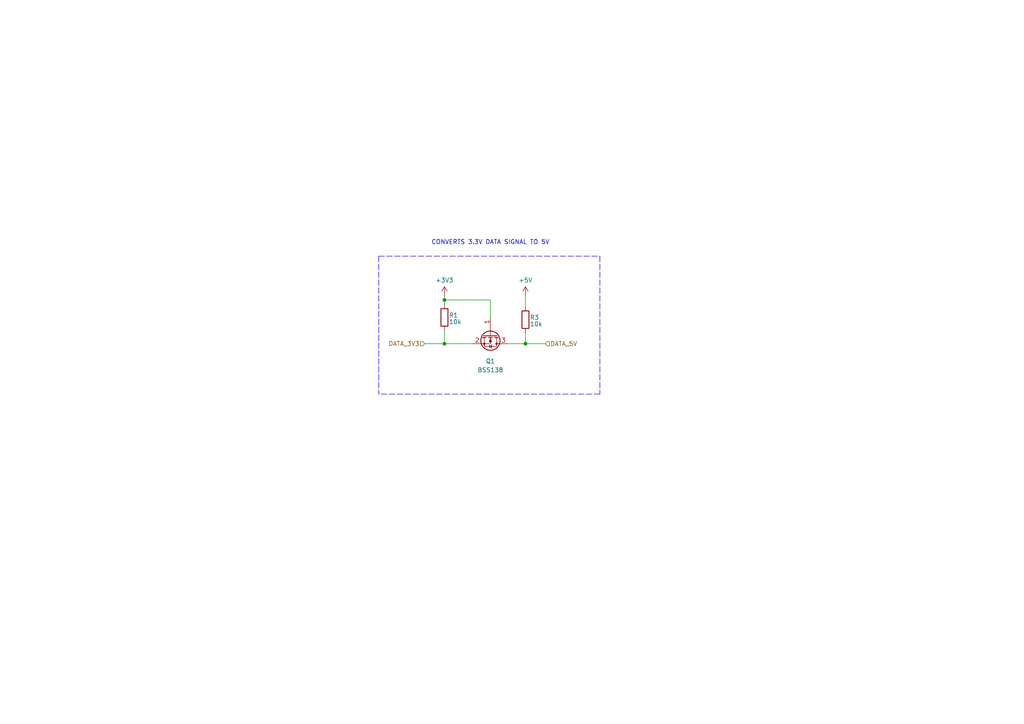
<source format=kicad_sch>
(kicad_sch (version 20211123) (generator eeschema)

  (uuid f87918e4-ed62-41c4-b2d1-f5c9399e5561)

  (paper "A4")

  (lib_symbols
    (symbol "Device:R" (pin_numbers hide) (pin_names (offset 0)) (in_bom yes) (on_board yes)
      (property "Reference" "R" (id 0) (at 2.032 0 90)
        (effects (font (size 1.27 1.27)))
      )
      (property "Value" "R" (id 1) (at 0 0 90)
        (effects (font (size 1.27 1.27)))
      )
      (property "Footprint" "" (id 2) (at -1.778 0 90)
        (effects (font (size 1.27 1.27)) hide)
      )
      (property "Datasheet" "~" (id 3) (at 0 0 0)
        (effects (font (size 1.27 1.27)) hide)
      )
      (property "ki_keywords" "R res resistor" (id 4) (at 0 0 0)
        (effects (font (size 1.27 1.27)) hide)
      )
      (property "ki_description" "Resistor" (id 5) (at 0 0 0)
        (effects (font (size 1.27 1.27)) hide)
      )
      (property "ki_fp_filters" "R_*" (id 6) (at 0 0 0)
        (effects (font (size 1.27 1.27)) hide)
      )
      (symbol "R_0_1"
        (rectangle (start -1.016 -2.54) (end 1.016 2.54)
          (stroke (width 0.254) (type default) (color 0 0 0 0))
          (fill (type none))
        )
      )
      (symbol "R_1_1"
        (pin passive line (at 0 3.81 270) (length 1.27)
          (name "~" (effects (font (size 1.27 1.27))))
          (number "1" (effects (font (size 1.27 1.27))))
        )
        (pin passive line (at 0 -3.81 90) (length 1.27)
          (name "~" (effects (font (size 1.27 1.27))))
          (number "2" (effects (font (size 1.27 1.27))))
        )
      )
    )
    (symbol "Transistor_FET:BSS138" (pin_names hide) (in_bom yes) (on_board yes)
      (property "Reference" "Q" (id 0) (at 5.08 1.905 0)
        (effects (font (size 1.27 1.27)) (justify left))
      )
      (property "Value" "BSS138" (id 1) (at 5.08 0 0)
        (effects (font (size 1.27 1.27)) (justify left))
      )
      (property "Footprint" "Package_TO_SOT_SMD:SOT-23" (id 2) (at 5.08 -1.905 0)
        (effects (font (size 1.27 1.27) italic) (justify left) hide)
      )
      (property "Datasheet" "https://www.onsemi.com/pub/Collateral/BSS138-D.PDF" (id 3) (at 0 0 0)
        (effects (font (size 1.27 1.27)) (justify left) hide)
      )
      (property "ki_keywords" "N-Channel MOSFET" (id 4) (at 0 0 0)
        (effects (font (size 1.27 1.27)) hide)
      )
      (property "ki_description" "50V Vds, 0.22A Id, N-Channel MOSFET, SOT-23" (id 5) (at 0 0 0)
        (effects (font (size 1.27 1.27)) hide)
      )
      (property "ki_fp_filters" "SOT?23*" (id 6) (at 0 0 0)
        (effects (font (size 1.27 1.27)) hide)
      )
      (symbol "BSS138_0_1"
        (polyline
          (pts
            (xy 0.254 0)
            (xy -2.54 0)
          )
          (stroke (width 0) (type default) (color 0 0 0 0))
          (fill (type none))
        )
        (polyline
          (pts
            (xy 0.254 1.905)
            (xy 0.254 -1.905)
          )
          (stroke (width 0.254) (type default) (color 0 0 0 0))
          (fill (type none))
        )
        (polyline
          (pts
            (xy 0.762 -1.27)
            (xy 0.762 -2.286)
          )
          (stroke (width 0.254) (type default) (color 0 0 0 0))
          (fill (type none))
        )
        (polyline
          (pts
            (xy 0.762 0.508)
            (xy 0.762 -0.508)
          )
          (stroke (width 0.254) (type default) (color 0 0 0 0))
          (fill (type none))
        )
        (polyline
          (pts
            (xy 0.762 2.286)
            (xy 0.762 1.27)
          )
          (stroke (width 0.254) (type default) (color 0 0 0 0))
          (fill (type none))
        )
        (polyline
          (pts
            (xy 2.54 2.54)
            (xy 2.54 1.778)
          )
          (stroke (width 0) (type default) (color 0 0 0 0))
          (fill (type none))
        )
        (polyline
          (pts
            (xy 2.54 -2.54)
            (xy 2.54 0)
            (xy 0.762 0)
          )
          (stroke (width 0) (type default) (color 0 0 0 0))
          (fill (type none))
        )
        (polyline
          (pts
            (xy 0.762 -1.778)
            (xy 3.302 -1.778)
            (xy 3.302 1.778)
            (xy 0.762 1.778)
          )
          (stroke (width 0) (type default) (color 0 0 0 0))
          (fill (type none))
        )
        (polyline
          (pts
            (xy 1.016 0)
            (xy 2.032 0.381)
            (xy 2.032 -0.381)
            (xy 1.016 0)
          )
          (stroke (width 0) (type default) (color 0 0 0 0))
          (fill (type outline))
        )
        (polyline
          (pts
            (xy 2.794 0.508)
            (xy 2.921 0.381)
            (xy 3.683 0.381)
            (xy 3.81 0.254)
          )
          (stroke (width 0) (type default) (color 0 0 0 0))
          (fill (type none))
        )
        (polyline
          (pts
            (xy 3.302 0.381)
            (xy 2.921 -0.254)
            (xy 3.683 -0.254)
            (xy 3.302 0.381)
          )
          (stroke (width 0) (type default) (color 0 0 0 0))
          (fill (type none))
        )
        (circle (center 1.651 0) (radius 2.794)
          (stroke (width 0.254) (type default) (color 0 0 0 0))
          (fill (type none))
        )
        (circle (center 2.54 -1.778) (radius 0.254)
          (stroke (width 0) (type default) (color 0 0 0 0))
          (fill (type outline))
        )
        (circle (center 2.54 1.778) (radius 0.254)
          (stroke (width 0) (type default) (color 0 0 0 0))
          (fill (type outline))
        )
      )
      (symbol "BSS138_1_1"
        (pin input line (at -5.08 0 0) (length 2.54)
          (name "G" (effects (font (size 1.27 1.27))))
          (number "1" (effects (font (size 1.27 1.27))))
        )
        (pin passive line (at 2.54 -5.08 90) (length 2.54)
          (name "S" (effects (font (size 1.27 1.27))))
          (number "2" (effects (font (size 1.27 1.27))))
        )
        (pin passive line (at 2.54 5.08 270) (length 2.54)
          (name "D" (effects (font (size 1.27 1.27))))
          (number "3" (effects (font (size 1.27 1.27))))
        )
      )
    )
    (symbol "power:+3.3V" (power) (pin_names (offset 0)) (in_bom yes) (on_board yes)
      (property "Reference" "#PWR" (id 0) (at 0 -3.81 0)
        (effects (font (size 1.27 1.27)) hide)
      )
      (property "Value" "+3.3V" (id 1) (at 0 3.556 0)
        (effects (font (size 1.27 1.27)))
      )
      (property "Footprint" "" (id 2) (at 0 0 0)
        (effects (font (size 1.27 1.27)) hide)
      )
      (property "Datasheet" "" (id 3) (at 0 0 0)
        (effects (font (size 1.27 1.27)) hide)
      )
      (property "ki_keywords" "power-flag" (id 4) (at 0 0 0)
        (effects (font (size 1.27 1.27)) hide)
      )
      (property "ki_description" "Power symbol creates a global label with name \"+3.3V\"" (id 5) (at 0 0 0)
        (effects (font (size 1.27 1.27)) hide)
      )
      (symbol "+3.3V_0_1"
        (polyline
          (pts
            (xy -0.762 1.27)
            (xy 0 2.54)
          )
          (stroke (width 0) (type default) (color 0 0 0 0))
          (fill (type none))
        )
        (polyline
          (pts
            (xy 0 0)
            (xy 0 2.54)
          )
          (stroke (width 0) (type default) (color 0 0 0 0))
          (fill (type none))
        )
        (polyline
          (pts
            (xy 0 2.54)
            (xy 0.762 1.27)
          )
          (stroke (width 0) (type default) (color 0 0 0 0))
          (fill (type none))
        )
      )
      (symbol "+3.3V_1_1"
        (pin power_in line (at 0 0 90) (length 0) hide
          (name "+3V3" (effects (font (size 1.27 1.27))))
          (number "1" (effects (font (size 1.27 1.27))))
        )
      )
    )
    (symbol "power:+5V" (power) (pin_names (offset 0)) (in_bom yes) (on_board yes)
      (property "Reference" "#PWR" (id 0) (at 0 -3.81 0)
        (effects (font (size 1.27 1.27)) hide)
      )
      (property "Value" "+5V" (id 1) (at 0 3.556 0)
        (effects (font (size 1.27 1.27)))
      )
      (property "Footprint" "" (id 2) (at 0 0 0)
        (effects (font (size 1.27 1.27)) hide)
      )
      (property "Datasheet" "" (id 3) (at 0 0 0)
        (effects (font (size 1.27 1.27)) hide)
      )
      (property "ki_keywords" "power-flag" (id 4) (at 0 0 0)
        (effects (font (size 1.27 1.27)) hide)
      )
      (property "ki_description" "Power symbol creates a global label with name \"+5V\"" (id 5) (at 0 0 0)
        (effects (font (size 1.27 1.27)) hide)
      )
      (symbol "+5V_0_1"
        (polyline
          (pts
            (xy -0.762 1.27)
            (xy 0 2.54)
          )
          (stroke (width 0) (type default) (color 0 0 0 0))
          (fill (type none))
        )
        (polyline
          (pts
            (xy 0 0)
            (xy 0 2.54)
          )
          (stroke (width 0) (type default) (color 0 0 0 0))
          (fill (type none))
        )
        (polyline
          (pts
            (xy 0 2.54)
            (xy 0.762 1.27)
          )
          (stroke (width 0) (type default) (color 0 0 0 0))
          (fill (type none))
        )
      )
      (symbol "+5V_1_1"
        (pin power_in line (at 0 0 90) (length 0) hide
          (name "+5V" (effects (font (size 1.27 1.27))))
          (number "1" (effects (font (size 1.27 1.27))))
        )
      )
    )
  )

  (junction (at 152.4 99.695) (diameter 0) (color 0 0 0 0)
    (uuid 5b3f9d5c-5ed9-48fb-8a83-f5def4b68415)
  )
  (junction (at 128.905 99.695) (diameter 0) (color 0 0 0 0)
    (uuid 7ca0a0d0-b13c-413f-9e86-e14393bd51fe)
  )
  (junction (at 128.905 86.995) (diameter 0) (color 0 0 0 0)
    (uuid e66a64c3-6838-44d0-84b0-9203c41f8223)
  )

  (wire (pts (xy 147.32 99.695) (xy 152.4 99.695))
    (stroke (width 0) (type default) (color 0 0 0 0))
    (uuid 09d46bb1-3396-4539-8ef7-59a30c4e0397)
  )
  (wire (pts (xy 142.24 92.075) (xy 142.24 86.995))
    (stroke (width 0) (type default) (color 0 0 0 0))
    (uuid 0da340f1-e2c6-4ebf-83d7-031407e9f3ce)
  )
  (wire (pts (xy 158.115 99.695) (xy 152.4 99.695))
    (stroke (width 0) (type default) (color 0 0 0 0))
    (uuid 12b45be0-8ca5-43f7-9165-96e59d80f8bb)
  )
  (wire (pts (xy 123.19 99.695) (xy 128.905 99.695))
    (stroke (width 0) (type default) (color 0 0 0 0))
    (uuid 3b032ebb-ab86-4a0c-9248-b2a1e89f4561)
  )
  (wire (pts (xy 142.24 86.995) (xy 128.905 86.995))
    (stroke (width 0) (type default) (color 0 0 0 0))
    (uuid 454cf5ef-b659-449b-8eb4-4eda0454c5f8)
  )
  (polyline (pts (xy 109.855 74.295) (xy 173.99 74.295))
    (stroke (width 0) (type default) (color 0 0 0 0))
    (uuid 563d090b-5802-48b4-9fc1-f1a4bb2a7d2e)
  )

  (wire (pts (xy 152.4 99.695) (xy 152.4 96.52))
    (stroke (width 0) (type default) (color 0 0 0 0))
    (uuid 696dae42-1a57-49e6-8395-839b1e627ef6)
  )
  (polyline (pts (xy 173.99 74.295) (xy 173.99 114.3))
    (stroke (width 0) (type default) (color 0 0 0 0))
    (uuid 742509c7-3b3f-4ad8-9567-eab1bb0c38ba)
  )

  (wire (pts (xy 152.4 85.725) (xy 152.4 88.9))
    (stroke (width 0) (type default) (color 0 0 0 0))
    (uuid 767a7c02-4b1d-4f21-a423-f3efb72872d0)
  )
  (polyline (pts (xy 173.99 114.3) (xy 109.855 114.3))
    (stroke (width 0) (type default) (color 0 0 0 0))
    (uuid 76eb7c17-fa6a-4eb8-baa7-786fbd7e7cfd)
  )

  (wire (pts (xy 128.905 85.725) (xy 128.905 86.995))
    (stroke (width 0) (type default) (color 0 0 0 0))
    (uuid 7849a8fe-ac5e-4d33-8dd6-4747a7e725fc)
  )
  (wire (pts (xy 128.905 86.995) (xy 128.905 88.265))
    (stroke (width 0) (type default) (color 0 0 0 0))
    (uuid ba7a4c3c-7b41-4962-a7ed-31341cff9fda)
  )
  (wire (pts (xy 128.905 95.885) (xy 128.905 99.695))
    (stroke (width 0) (type default) (color 0 0 0 0))
    (uuid c7589d70-9cd6-479c-8a8b-1434f9121927)
  )
  (wire (pts (xy 128.905 99.695) (xy 137.16 99.695))
    (stroke (width 0) (type default) (color 0 0 0 0))
    (uuid cbd309fd-7aba-4b61-8381-d04ca0fd724b)
  )
  (polyline (pts (xy 109.855 74.295) (xy 109.855 114.3))
    (stroke (width 0) (type default) (color 0 0 0 0))
    (uuid e70cd66c-cb92-45a1-a954-7610e9ad5f10)
  )

  (text "CONVERTS 3.3V DATA SIGNAL TO 5V" (at 125.095 71.12 0)
    (effects (font (size 1.27 1.27)) (justify left bottom))
    (uuid e79bddc6-ed82-43a9-9221-02b3a2bae827)
  )

  (hierarchical_label "DATA_5V" (shape input) (at 158.115 99.695 0)
    (effects (font (size 1.27 1.27)) (justify left))
    (uuid 1d261a6a-50ce-4e8b-86dd-97690a0d8b8e)
  )
  (hierarchical_label "DATA_3V3" (shape input) (at 123.19 99.695 180)
    (effects (font (size 1.27 1.27)) (justify right))
    (uuid 5298e819-02f4-4764-aff6-6564c888976a)
  )

  (symbol (lib_id "power:+5V") (at 152.4 85.725 0) (unit 1)
    (in_bom yes) (on_board yes)
    (uuid 04c7c098-6387-439c-8b01-12ed518b5062)
    (property "Reference" "#PWR0101" (id 0) (at 152.4 89.535 0)
      (effects (font (size 1.27 1.27)) hide)
    )
    (property "Value" "+5V" (id 1) (at 152.4 81.28 0))
    (property "Footprint" "" (id 2) (at 152.4 85.725 0)
      (effects (font (size 1.27 1.27)) hide)
    )
    (property "Datasheet" "" (id 3) (at 152.4 85.725 0)
      (effects (font (size 1.27 1.27)) hide)
    )
    (pin "1" (uuid 1a82bf6d-4856-463d-8479-7a54cd893ddd))
  )

  (symbol (lib_id "power:+3.3V") (at 128.905 85.725 0) (unit 1)
    (in_bom yes) (on_board yes)
    (uuid 110fa739-73f3-4200-aa42-ca26acb37cfc)
    (property "Reference" "#PWR0102" (id 0) (at 128.905 89.535 0)
      (effects (font (size 1.27 1.27)) hide)
    )
    (property "Value" "+3.3V" (id 1) (at 128.905 81.28 0))
    (property "Footprint" "" (id 2) (at 128.905 85.725 0)
      (effects (font (size 1.27 1.27)) hide)
    )
    (property "Datasheet" "" (id 3) (at 128.905 85.725 0)
      (effects (font (size 1.27 1.27)) hide)
    )
    (pin "1" (uuid a4f8351b-628e-46be-876e-3c60d5e11391))
  )

  (symbol (lib_id "Device:R") (at 128.905 92.075 0) (unit 1)
    (in_bom yes) (on_board yes)
    (uuid 378a7ed4-61ef-4087-be06-513c96553810)
    (property "Reference" "R1" (id 0) (at 130.175 91.44 0)
      (effects (font (size 1.27 1.27)) (justify left))
    )
    (property "Value" "10k" (id 1) (at 130.175 93.345 0)
      (effects (font (size 1.27 1.27)) (justify left))
    )
    (property "Footprint" "Resistor_SMD:R_0603_1608Metric" (id 2) (at 127.127 92.075 90)
      (effects (font (size 1.27 1.27)) hide)
    )
    (property "Datasheet" "~" (id 3) (at 128.905 92.075 0)
      (effects (font (size 1.27 1.27)) hide)
    )
    (property "Vendor" "JLCPCB" (id 4) (at 128.905 92.075 0)
      (effects (font (size 1.27 1.27)) hide)
    )
    (property "MPN" "C25804" (id 5) (at 128.905 92.075 0)
      (effects (font (size 1.27 1.27)) hide)
    )
    (pin "1" (uuid e027ff2e-69c0-4ea2-85ad-6deca1ba730c))
    (pin "2" (uuid f81b831c-5f71-40c7-a23a-f234c71c5cc5))
  )

  (symbol (lib_id "Transistor_FET:BSS138") (at 142.24 97.155 270) (unit 1)
    (in_bom yes) (on_board yes) (fields_autoplaced)
    (uuid a435bd7e-a0b6-456c-856f-d6d62d375448)
    (property "Reference" "Q1" (id 0) (at 142.24 104.775 90))
    (property "Value" "BSS138" (id 1) (at 142.24 107.315 90))
    (property "Footprint" "Package_TO_SOT_SMD:SOT-23" (id 2) (at 140.335 102.235 0)
      (effects (font (size 1.27 1.27) italic) (justify left) hide)
    )
    (property "Datasheet" "https://www.onsemi.com/pub/Collateral/BSS138-D.PDF" (id 3) (at 142.24 97.155 0)
      (effects (font (size 1.27 1.27)) (justify left) hide)
    )
    (property "Vendor" "JLCPCB" (id 4) (at 142.24 97.155 0)
      (effects (font (size 1.27 1.27)) hide)
    )
    (property "MPN" "C400505" (id 5) (at 142.24 97.155 0)
      (effects (font (size 1.27 1.27)) hide)
    )
    (pin "1" (uuid 92d26123-ed42-47ed-9228-69e0753fab8e))
    (pin "2" (uuid 198c172b-3ca3-4346-b0a2-bffacbb242ed))
    (pin "3" (uuid 7f27927c-4db9-4280-9622-067fc75aaa71))
  )

  (symbol (lib_id "Device:R") (at 152.4 92.71 0) (unit 1)
    (in_bom yes) (on_board yes)
    (uuid d5eab847-3e9c-4546-ac07-1301bffde561)
    (property "Reference" "R3" (id 0) (at 153.67 92.075 0)
      (effects (font (size 1.27 1.27)) (justify left))
    )
    (property "Value" "10k" (id 1) (at 153.67 93.98 0)
      (effects (font (size 1.27 1.27)) (justify left))
    )
    (property "Footprint" "Resistor_SMD:R_0603_1608Metric" (id 2) (at 150.622 92.71 90)
      (effects (font (size 1.27 1.27)) hide)
    )
    (property "Datasheet" "~" (id 3) (at 152.4 92.71 0)
      (effects (font (size 1.27 1.27)) hide)
    )
    (property "Vendor" "JLCPCB" (id 4) (at 152.4 92.71 0)
      (effects (font (size 1.27 1.27)) hide)
    )
    (property "MPN" "C25804" (id 5) (at 152.4 92.71 0)
      (effects (font (size 1.27 1.27)) hide)
    )
    (pin "1" (uuid 2a1c76d6-b392-4db6-93de-c22b56ab4c7f))
    (pin "2" (uuid 3dd665dd-4c8d-497a-8f01-9dd35e199753))
  )
)

</source>
